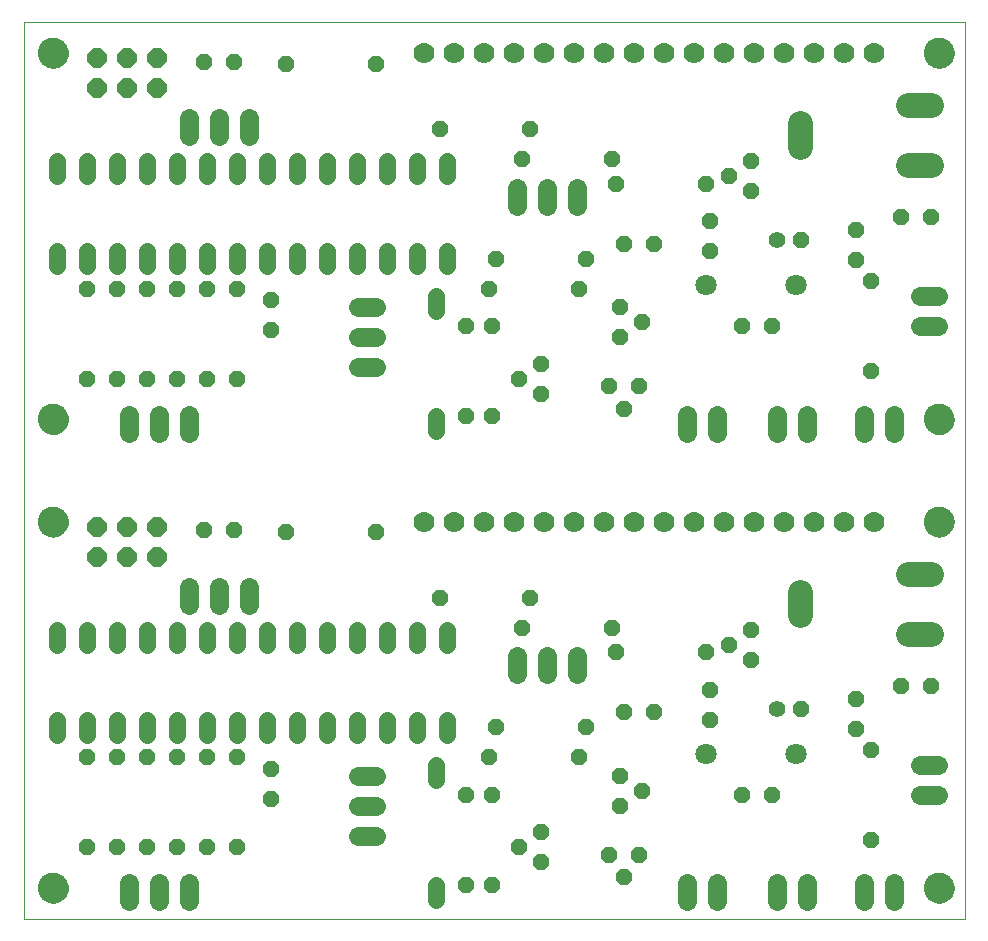
<source format=gts>
G75*
G70*
%OFA0B0*%
%FSLAX24Y24*%
%IPPOS*%
%LPD*%
%AMOC8*
5,1,8,0,0,1.08239X$1,22.5*
%
%ADD10C,0.0000*%
%ADD11C,0.0560*%
%ADD12OC8,0.0560*%
%ADD13C,0.0700*%
%ADD14C,0.1024*%
%ADD15C,0.0640*%
%ADD16C,0.0709*%
%ADD17C,0.0560*%
%ADD18OC8,0.0640*%
%ADD19C,0.0820*%
D10*
X000305Y000243D02*
X000305Y030114D01*
X031675Y030114D01*
X031675Y000243D01*
X000305Y000243D01*
X000799Y001265D02*
X000801Y001309D01*
X000807Y001353D01*
X000817Y001396D01*
X000830Y001438D01*
X000848Y001478D01*
X000869Y001517D01*
X000893Y001554D01*
X000920Y001589D01*
X000951Y001621D01*
X000984Y001650D01*
X001020Y001676D01*
X001058Y001698D01*
X001098Y001717D01*
X001139Y001733D01*
X001182Y001745D01*
X001225Y001753D01*
X001269Y001757D01*
X001313Y001757D01*
X001357Y001753D01*
X001400Y001745D01*
X001443Y001733D01*
X001484Y001717D01*
X001524Y001698D01*
X001562Y001676D01*
X001598Y001650D01*
X001631Y001621D01*
X001662Y001589D01*
X001689Y001554D01*
X001713Y001517D01*
X001734Y001478D01*
X001752Y001438D01*
X001765Y001396D01*
X001775Y001353D01*
X001781Y001309D01*
X001783Y001265D01*
X001781Y001221D01*
X001775Y001177D01*
X001765Y001134D01*
X001752Y001092D01*
X001734Y001052D01*
X001713Y001013D01*
X001689Y000976D01*
X001662Y000941D01*
X001631Y000909D01*
X001598Y000880D01*
X001562Y000854D01*
X001524Y000832D01*
X001484Y000813D01*
X001443Y000797D01*
X001400Y000785D01*
X001357Y000777D01*
X001313Y000773D01*
X001269Y000773D01*
X001225Y000777D01*
X001182Y000785D01*
X001139Y000797D01*
X001098Y000813D01*
X001058Y000832D01*
X001020Y000854D01*
X000984Y000880D01*
X000951Y000909D01*
X000920Y000941D01*
X000893Y000976D01*
X000869Y001013D01*
X000848Y001052D01*
X000830Y001092D01*
X000817Y001134D01*
X000807Y001177D01*
X000801Y001221D01*
X000799Y001265D01*
X000799Y013470D02*
X000801Y013514D01*
X000807Y013558D01*
X000817Y013601D01*
X000830Y013643D01*
X000848Y013683D01*
X000869Y013722D01*
X000893Y013759D01*
X000920Y013794D01*
X000951Y013826D01*
X000984Y013855D01*
X001020Y013881D01*
X001058Y013903D01*
X001098Y013922D01*
X001139Y013938D01*
X001182Y013950D01*
X001225Y013958D01*
X001269Y013962D01*
X001313Y013962D01*
X001357Y013958D01*
X001400Y013950D01*
X001443Y013938D01*
X001484Y013922D01*
X001524Y013903D01*
X001562Y013881D01*
X001598Y013855D01*
X001631Y013826D01*
X001662Y013794D01*
X001689Y013759D01*
X001713Y013722D01*
X001734Y013683D01*
X001752Y013643D01*
X001765Y013601D01*
X001775Y013558D01*
X001781Y013514D01*
X001783Y013470D01*
X001781Y013426D01*
X001775Y013382D01*
X001765Y013339D01*
X001752Y013297D01*
X001734Y013257D01*
X001713Y013218D01*
X001689Y013181D01*
X001662Y013146D01*
X001631Y013114D01*
X001598Y013085D01*
X001562Y013059D01*
X001524Y013037D01*
X001484Y013018D01*
X001443Y013002D01*
X001400Y012990D01*
X001357Y012982D01*
X001313Y012978D01*
X001269Y012978D01*
X001225Y012982D01*
X001182Y012990D01*
X001139Y013002D01*
X001098Y013018D01*
X001058Y013037D01*
X001020Y013059D01*
X000984Y013085D01*
X000951Y013114D01*
X000920Y013146D01*
X000893Y013181D01*
X000869Y013218D01*
X000848Y013257D01*
X000830Y013297D01*
X000817Y013339D01*
X000807Y013382D01*
X000801Y013426D01*
X000799Y013470D01*
X000799Y016890D02*
X000801Y016934D01*
X000807Y016978D01*
X000817Y017021D01*
X000830Y017063D01*
X000848Y017103D01*
X000869Y017142D01*
X000893Y017179D01*
X000920Y017214D01*
X000951Y017246D01*
X000984Y017275D01*
X001020Y017301D01*
X001058Y017323D01*
X001098Y017342D01*
X001139Y017358D01*
X001182Y017370D01*
X001225Y017378D01*
X001269Y017382D01*
X001313Y017382D01*
X001357Y017378D01*
X001400Y017370D01*
X001443Y017358D01*
X001484Y017342D01*
X001524Y017323D01*
X001562Y017301D01*
X001598Y017275D01*
X001631Y017246D01*
X001662Y017214D01*
X001689Y017179D01*
X001713Y017142D01*
X001734Y017103D01*
X001752Y017063D01*
X001765Y017021D01*
X001775Y016978D01*
X001781Y016934D01*
X001783Y016890D01*
X001781Y016846D01*
X001775Y016802D01*
X001765Y016759D01*
X001752Y016717D01*
X001734Y016677D01*
X001713Y016638D01*
X001689Y016601D01*
X001662Y016566D01*
X001631Y016534D01*
X001598Y016505D01*
X001562Y016479D01*
X001524Y016457D01*
X001484Y016438D01*
X001443Y016422D01*
X001400Y016410D01*
X001357Y016402D01*
X001313Y016398D01*
X001269Y016398D01*
X001225Y016402D01*
X001182Y016410D01*
X001139Y016422D01*
X001098Y016438D01*
X001058Y016457D01*
X001020Y016479D01*
X000984Y016505D01*
X000951Y016534D01*
X000920Y016566D01*
X000893Y016601D01*
X000869Y016638D01*
X000848Y016677D01*
X000830Y016717D01*
X000817Y016759D01*
X000807Y016802D01*
X000801Y016846D01*
X000799Y016890D01*
X000799Y029095D02*
X000801Y029139D01*
X000807Y029183D01*
X000817Y029226D01*
X000830Y029268D01*
X000848Y029308D01*
X000869Y029347D01*
X000893Y029384D01*
X000920Y029419D01*
X000951Y029451D01*
X000984Y029480D01*
X001020Y029506D01*
X001058Y029528D01*
X001098Y029547D01*
X001139Y029563D01*
X001182Y029575D01*
X001225Y029583D01*
X001269Y029587D01*
X001313Y029587D01*
X001357Y029583D01*
X001400Y029575D01*
X001443Y029563D01*
X001484Y029547D01*
X001524Y029528D01*
X001562Y029506D01*
X001598Y029480D01*
X001631Y029451D01*
X001662Y029419D01*
X001689Y029384D01*
X001713Y029347D01*
X001734Y029308D01*
X001752Y029268D01*
X001765Y029226D01*
X001775Y029183D01*
X001781Y029139D01*
X001783Y029095D01*
X001781Y029051D01*
X001775Y029007D01*
X001765Y028964D01*
X001752Y028922D01*
X001734Y028882D01*
X001713Y028843D01*
X001689Y028806D01*
X001662Y028771D01*
X001631Y028739D01*
X001598Y028710D01*
X001562Y028684D01*
X001524Y028662D01*
X001484Y028643D01*
X001443Y028627D01*
X001400Y028615D01*
X001357Y028607D01*
X001313Y028603D01*
X001269Y028603D01*
X001225Y028607D01*
X001182Y028615D01*
X001139Y028627D01*
X001098Y028643D01*
X001058Y028662D01*
X001020Y028684D01*
X000984Y028710D01*
X000951Y028739D01*
X000920Y028771D01*
X000893Y028806D01*
X000869Y028843D01*
X000848Y028882D01*
X000830Y028922D01*
X000817Y028964D01*
X000807Y029007D01*
X000801Y029051D01*
X000799Y029095D01*
X030327Y029095D02*
X030329Y029139D01*
X030335Y029183D01*
X030345Y029226D01*
X030358Y029268D01*
X030376Y029308D01*
X030397Y029347D01*
X030421Y029384D01*
X030448Y029419D01*
X030479Y029451D01*
X030512Y029480D01*
X030548Y029506D01*
X030586Y029528D01*
X030626Y029547D01*
X030667Y029563D01*
X030710Y029575D01*
X030753Y029583D01*
X030797Y029587D01*
X030841Y029587D01*
X030885Y029583D01*
X030928Y029575D01*
X030971Y029563D01*
X031012Y029547D01*
X031052Y029528D01*
X031090Y029506D01*
X031126Y029480D01*
X031159Y029451D01*
X031190Y029419D01*
X031217Y029384D01*
X031241Y029347D01*
X031262Y029308D01*
X031280Y029268D01*
X031293Y029226D01*
X031303Y029183D01*
X031309Y029139D01*
X031311Y029095D01*
X031309Y029051D01*
X031303Y029007D01*
X031293Y028964D01*
X031280Y028922D01*
X031262Y028882D01*
X031241Y028843D01*
X031217Y028806D01*
X031190Y028771D01*
X031159Y028739D01*
X031126Y028710D01*
X031090Y028684D01*
X031052Y028662D01*
X031012Y028643D01*
X030971Y028627D01*
X030928Y028615D01*
X030885Y028607D01*
X030841Y028603D01*
X030797Y028603D01*
X030753Y028607D01*
X030710Y028615D01*
X030667Y028627D01*
X030626Y028643D01*
X030586Y028662D01*
X030548Y028684D01*
X030512Y028710D01*
X030479Y028739D01*
X030448Y028771D01*
X030421Y028806D01*
X030397Y028843D01*
X030376Y028882D01*
X030358Y028922D01*
X030345Y028964D01*
X030335Y029007D01*
X030329Y029051D01*
X030327Y029095D01*
X030327Y016890D02*
X030329Y016934D01*
X030335Y016978D01*
X030345Y017021D01*
X030358Y017063D01*
X030376Y017103D01*
X030397Y017142D01*
X030421Y017179D01*
X030448Y017214D01*
X030479Y017246D01*
X030512Y017275D01*
X030548Y017301D01*
X030586Y017323D01*
X030626Y017342D01*
X030667Y017358D01*
X030710Y017370D01*
X030753Y017378D01*
X030797Y017382D01*
X030841Y017382D01*
X030885Y017378D01*
X030928Y017370D01*
X030971Y017358D01*
X031012Y017342D01*
X031052Y017323D01*
X031090Y017301D01*
X031126Y017275D01*
X031159Y017246D01*
X031190Y017214D01*
X031217Y017179D01*
X031241Y017142D01*
X031262Y017103D01*
X031280Y017063D01*
X031293Y017021D01*
X031303Y016978D01*
X031309Y016934D01*
X031311Y016890D01*
X031309Y016846D01*
X031303Y016802D01*
X031293Y016759D01*
X031280Y016717D01*
X031262Y016677D01*
X031241Y016638D01*
X031217Y016601D01*
X031190Y016566D01*
X031159Y016534D01*
X031126Y016505D01*
X031090Y016479D01*
X031052Y016457D01*
X031012Y016438D01*
X030971Y016422D01*
X030928Y016410D01*
X030885Y016402D01*
X030841Y016398D01*
X030797Y016398D01*
X030753Y016402D01*
X030710Y016410D01*
X030667Y016422D01*
X030626Y016438D01*
X030586Y016457D01*
X030548Y016479D01*
X030512Y016505D01*
X030479Y016534D01*
X030448Y016566D01*
X030421Y016601D01*
X030397Y016638D01*
X030376Y016677D01*
X030358Y016717D01*
X030345Y016759D01*
X030335Y016802D01*
X030329Y016846D01*
X030327Y016890D01*
X030327Y013470D02*
X030329Y013514D01*
X030335Y013558D01*
X030345Y013601D01*
X030358Y013643D01*
X030376Y013683D01*
X030397Y013722D01*
X030421Y013759D01*
X030448Y013794D01*
X030479Y013826D01*
X030512Y013855D01*
X030548Y013881D01*
X030586Y013903D01*
X030626Y013922D01*
X030667Y013938D01*
X030710Y013950D01*
X030753Y013958D01*
X030797Y013962D01*
X030841Y013962D01*
X030885Y013958D01*
X030928Y013950D01*
X030971Y013938D01*
X031012Y013922D01*
X031052Y013903D01*
X031090Y013881D01*
X031126Y013855D01*
X031159Y013826D01*
X031190Y013794D01*
X031217Y013759D01*
X031241Y013722D01*
X031262Y013683D01*
X031280Y013643D01*
X031293Y013601D01*
X031303Y013558D01*
X031309Y013514D01*
X031311Y013470D01*
X031309Y013426D01*
X031303Y013382D01*
X031293Y013339D01*
X031280Y013297D01*
X031262Y013257D01*
X031241Y013218D01*
X031217Y013181D01*
X031190Y013146D01*
X031159Y013114D01*
X031126Y013085D01*
X031090Y013059D01*
X031052Y013037D01*
X031012Y013018D01*
X030971Y013002D01*
X030928Y012990D01*
X030885Y012982D01*
X030841Y012978D01*
X030797Y012978D01*
X030753Y012982D01*
X030710Y012990D01*
X030667Y013002D01*
X030626Y013018D01*
X030586Y013037D01*
X030548Y013059D01*
X030512Y013085D01*
X030479Y013114D01*
X030448Y013146D01*
X030421Y013181D01*
X030397Y013218D01*
X030376Y013257D01*
X030358Y013297D01*
X030345Y013339D01*
X030335Y013382D01*
X030329Y013426D01*
X030327Y013470D01*
X030327Y001265D02*
X030329Y001309D01*
X030335Y001353D01*
X030345Y001396D01*
X030358Y001438D01*
X030376Y001478D01*
X030397Y001517D01*
X030421Y001554D01*
X030448Y001589D01*
X030479Y001621D01*
X030512Y001650D01*
X030548Y001676D01*
X030586Y001698D01*
X030626Y001717D01*
X030667Y001733D01*
X030710Y001745D01*
X030753Y001753D01*
X030797Y001757D01*
X030841Y001757D01*
X030885Y001753D01*
X030928Y001745D01*
X030971Y001733D01*
X031012Y001717D01*
X031052Y001698D01*
X031090Y001676D01*
X031126Y001650D01*
X031159Y001621D01*
X031190Y001589D01*
X031217Y001554D01*
X031241Y001517D01*
X031262Y001478D01*
X031280Y001438D01*
X031293Y001396D01*
X031303Y001353D01*
X031309Y001309D01*
X031311Y001265D01*
X031309Y001221D01*
X031303Y001177D01*
X031293Y001134D01*
X031280Y001092D01*
X031262Y001052D01*
X031241Y001013D01*
X031217Y000976D01*
X031190Y000941D01*
X031159Y000909D01*
X031126Y000880D01*
X031090Y000854D01*
X031052Y000832D01*
X031012Y000813D01*
X030971Y000797D01*
X030928Y000785D01*
X030885Y000777D01*
X030841Y000773D01*
X030797Y000773D01*
X030753Y000777D01*
X030710Y000785D01*
X030667Y000797D01*
X030626Y000813D01*
X030586Y000832D01*
X030548Y000854D01*
X030512Y000880D01*
X030479Y000909D01*
X030448Y000941D01*
X030421Y000976D01*
X030397Y001013D01*
X030376Y001052D01*
X030358Y001092D01*
X030345Y001134D01*
X030335Y001177D01*
X030329Y001221D01*
X030327Y001265D01*
D11*
X014430Y006358D02*
X014430Y006878D01*
X013430Y006878D02*
X013430Y006358D01*
X012430Y006358D02*
X012430Y006878D01*
X011430Y006878D02*
X011430Y006358D01*
X010430Y006358D02*
X010430Y006878D01*
X009430Y006878D02*
X009430Y006358D01*
X008430Y006358D02*
X008430Y006878D01*
X007430Y006878D02*
X007430Y006358D01*
X006430Y006358D02*
X006430Y006878D01*
X005430Y006878D02*
X005430Y006358D01*
X004430Y006358D02*
X004430Y006878D01*
X003430Y006878D02*
X003430Y006358D01*
X002430Y006358D02*
X002430Y006878D01*
X001430Y006878D02*
X001430Y006358D01*
X001430Y009358D02*
X001430Y009878D01*
X002430Y009878D02*
X002430Y009358D01*
X003430Y009358D02*
X003430Y009878D01*
X004430Y009878D02*
X004430Y009358D01*
X005430Y009358D02*
X005430Y009878D01*
X006430Y009878D02*
X006430Y009358D01*
X007430Y009358D02*
X007430Y009878D01*
X008430Y009878D02*
X008430Y009358D01*
X009430Y009358D02*
X009430Y009878D01*
X010430Y009878D02*
X010430Y009358D01*
X011430Y009358D02*
X011430Y009878D01*
X012430Y009878D02*
X012430Y009358D01*
X013430Y009358D02*
X013430Y009878D01*
X014430Y009878D02*
X014430Y009358D01*
X014055Y005378D02*
X014055Y004858D01*
X014055Y001378D02*
X014055Y000858D01*
X014055Y016483D02*
X014055Y017003D01*
X014055Y020483D02*
X014055Y021003D01*
X014430Y021983D02*
X014430Y022503D01*
X013430Y022503D02*
X013430Y021983D01*
X012430Y021983D02*
X012430Y022503D01*
X011430Y022503D02*
X011430Y021983D01*
X010430Y021983D02*
X010430Y022503D01*
X009430Y022503D02*
X009430Y021983D01*
X008430Y021983D02*
X008430Y022503D01*
X007430Y022503D02*
X007430Y021983D01*
X006430Y021983D02*
X006430Y022503D01*
X005430Y022503D02*
X005430Y021983D01*
X004430Y021983D02*
X004430Y022503D01*
X003430Y022503D02*
X003430Y021983D01*
X002430Y021983D02*
X002430Y022503D01*
X001430Y022503D02*
X001430Y021983D01*
X001430Y024983D02*
X001430Y025503D01*
X002430Y025503D02*
X002430Y024983D01*
X003430Y024983D02*
X003430Y025503D01*
X004430Y025503D02*
X004430Y024983D01*
X005430Y024983D02*
X005430Y025503D01*
X006430Y025503D02*
X006430Y024983D01*
X007430Y024983D02*
X007430Y025503D01*
X008430Y025503D02*
X008430Y024983D01*
X009430Y024983D02*
X009430Y025503D01*
X010430Y025503D02*
X010430Y024983D01*
X011430Y024983D02*
X011430Y025503D01*
X012430Y025503D02*
X012430Y024983D01*
X013430Y024983D02*
X013430Y025503D01*
X014430Y025503D02*
X014430Y024983D01*
D12*
X014180Y026555D03*
X012055Y028743D03*
X009055Y028743D03*
X007305Y028805D03*
X006305Y028805D03*
X006430Y021243D03*
X007430Y021243D03*
X008555Y020868D03*
X008555Y019868D03*
X007430Y018243D03*
X006430Y018243D03*
X005430Y018243D03*
X004430Y018243D03*
X003430Y018243D03*
X002430Y018243D03*
X002430Y021243D03*
X003430Y021243D03*
X004430Y021243D03*
X005430Y021243D03*
X006305Y013180D03*
X007305Y013180D03*
X009055Y013118D03*
X012055Y013118D03*
X014180Y010930D03*
X016930Y009930D03*
X017180Y010930D03*
X019930Y009930D03*
X020055Y009118D03*
X020305Y007118D03*
X021305Y007118D03*
X023180Y006868D03*
X023180Y007868D03*
X023055Y009118D03*
X023805Y009368D03*
X024555Y009868D03*
X024555Y008868D03*
X026205Y007243D03*
X028055Y007555D03*
X028055Y006555D03*
X028555Y005868D03*
X029555Y007993D03*
X030555Y007993D03*
X028555Y002868D03*
X025242Y004368D03*
X024242Y004368D03*
X020930Y004493D03*
X020180Y004993D03*
X020180Y003993D03*
X019805Y002368D03*
X020305Y001618D03*
X020805Y002368D03*
X017555Y002118D03*
X016805Y002618D03*
X017555Y003118D03*
X015930Y004368D03*
X015055Y004368D03*
X015805Y005618D03*
X016055Y006618D03*
X018805Y005618D03*
X019055Y006618D03*
X015930Y001368D03*
X015055Y001368D03*
X008555Y004243D03*
X008555Y005243D03*
X007430Y005618D03*
X006430Y005618D03*
X005430Y005618D03*
X004430Y005618D03*
X003430Y005618D03*
X002430Y005618D03*
X002430Y002618D03*
X003430Y002618D03*
X004430Y002618D03*
X005430Y002618D03*
X006430Y002618D03*
X007430Y002618D03*
X015055Y016993D03*
X015930Y016993D03*
X016805Y018243D03*
X017555Y018743D03*
X017555Y017743D03*
X019805Y017993D03*
X020305Y017243D03*
X020805Y017993D03*
X020180Y019618D03*
X020930Y020118D03*
X020180Y020618D03*
X018805Y021243D03*
X019055Y022243D03*
X020305Y022743D03*
X021305Y022743D03*
X023180Y022493D03*
X023180Y023493D03*
X023055Y024743D03*
X023805Y024993D03*
X024555Y025493D03*
X024555Y024493D03*
X026205Y022868D03*
X028055Y023180D03*
X028055Y022180D03*
X028555Y021493D03*
X029555Y023618D03*
X030555Y023618D03*
X028555Y018493D03*
X025242Y019993D03*
X024242Y019993D03*
X020055Y024743D03*
X019930Y025555D03*
X017180Y026555D03*
X016930Y025555D03*
X016055Y022243D03*
X015805Y021243D03*
X015930Y019993D03*
X015055Y019993D03*
D13*
X014653Y013470D03*
X013653Y013470D03*
X015653Y013470D03*
X016653Y013470D03*
X017653Y013470D03*
X018653Y013470D03*
X019653Y013470D03*
X020653Y013470D03*
X021653Y013470D03*
X022653Y013470D03*
X023653Y013470D03*
X024653Y013470D03*
X025653Y013470D03*
X026653Y013470D03*
X027653Y013470D03*
X028653Y013470D03*
X028653Y029095D03*
X027653Y029095D03*
X026653Y029095D03*
X025653Y029095D03*
X024653Y029095D03*
X023653Y029095D03*
X022653Y029095D03*
X021653Y029095D03*
X020653Y029095D03*
X019653Y029095D03*
X018653Y029095D03*
X017653Y029095D03*
X016653Y029095D03*
X015653Y029095D03*
X014653Y029095D03*
X013653Y029095D03*
D14*
X001291Y029095D03*
X001291Y016890D03*
X001291Y013470D03*
X001291Y001265D03*
X030819Y001265D03*
X030819Y013470D03*
X030819Y016890D03*
X030819Y029095D03*
D15*
X030792Y020993D02*
X030192Y020993D01*
X030192Y019993D02*
X030792Y019993D01*
X029305Y017043D02*
X029305Y016443D01*
X028305Y016443D02*
X028305Y017043D01*
X026430Y017043D02*
X026430Y016443D01*
X025430Y016443D02*
X025430Y017043D01*
X023430Y017043D02*
X023430Y016443D01*
X022430Y016443D02*
X022430Y017043D01*
X018743Y024005D02*
X018743Y024605D01*
X017743Y024605D02*
X017743Y024005D01*
X016743Y024005D02*
X016743Y024605D01*
X012042Y020617D02*
X011442Y020617D01*
X011442Y019617D02*
X012042Y019617D01*
X012042Y018617D02*
X011442Y018617D01*
X005805Y017043D02*
X005805Y016443D01*
X004805Y016443D02*
X004805Y017043D01*
X003805Y017043D02*
X003805Y016443D01*
X005805Y011293D02*
X005805Y010693D01*
X006805Y010693D02*
X006805Y011293D01*
X007805Y011293D02*
X007805Y010693D01*
X011442Y004992D02*
X012042Y004992D01*
X012042Y003992D02*
X011442Y003992D01*
X011442Y002992D02*
X012042Y002992D01*
X016743Y008380D02*
X016743Y008980D01*
X017743Y008980D02*
X017743Y008380D01*
X018743Y008380D02*
X018743Y008980D01*
X022430Y001418D02*
X022430Y000818D01*
X023430Y000818D02*
X023430Y001418D01*
X025430Y001418D02*
X025430Y000818D01*
X026430Y000818D02*
X026430Y001418D01*
X028305Y001418D02*
X028305Y000818D01*
X029305Y000818D02*
X029305Y001418D01*
X030192Y004368D02*
X030792Y004368D01*
X030792Y005368D02*
X030192Y005368D01*
X007805Y026318D02*
X007805Y026918D01*
X006805Y026918D02*
X006805Y026318D01*
X005805Y026318D02*
X005805Y026918D01*
X005805Y001418D02*
X005805Y000818D01*
X004805Y000818D02*
X004805Y001418D01*
X003805Y001418D02*
X003805Y000818D01*
D16*
X023055Y005743D03*
X026055Y005743D03*
X026055Y021368D03*
X023055Y021368D03*
D17*
X025405Y022868D03*
X025405Y007243D03*
D18*
X004742Y012305D03*
X003742Y012305D03*
X002742Y012305D03*
X002742Y013305D03*
X003742Y013305D03*
X004742Y013305D03*
X004742Y027930D03*
X003742Y027930D03*
X002742Y027930D03*
X002742Y028930D03*
X003742Y028930D03*
X004742Y028930D03*
D19*
X026180Y026758D02*
X026180Y025978D01*
X029790Y025368D02*
X030570Y025368D01*
X030570Y027368D02*
X029790Y027368D01*
X029790Y011743D02*
X030570Y011743D01*
X030570Y009743D02*
X029790Y009743D01*
X026180Y010353D02*
X026180Y011133D01*
M02*

</source>
